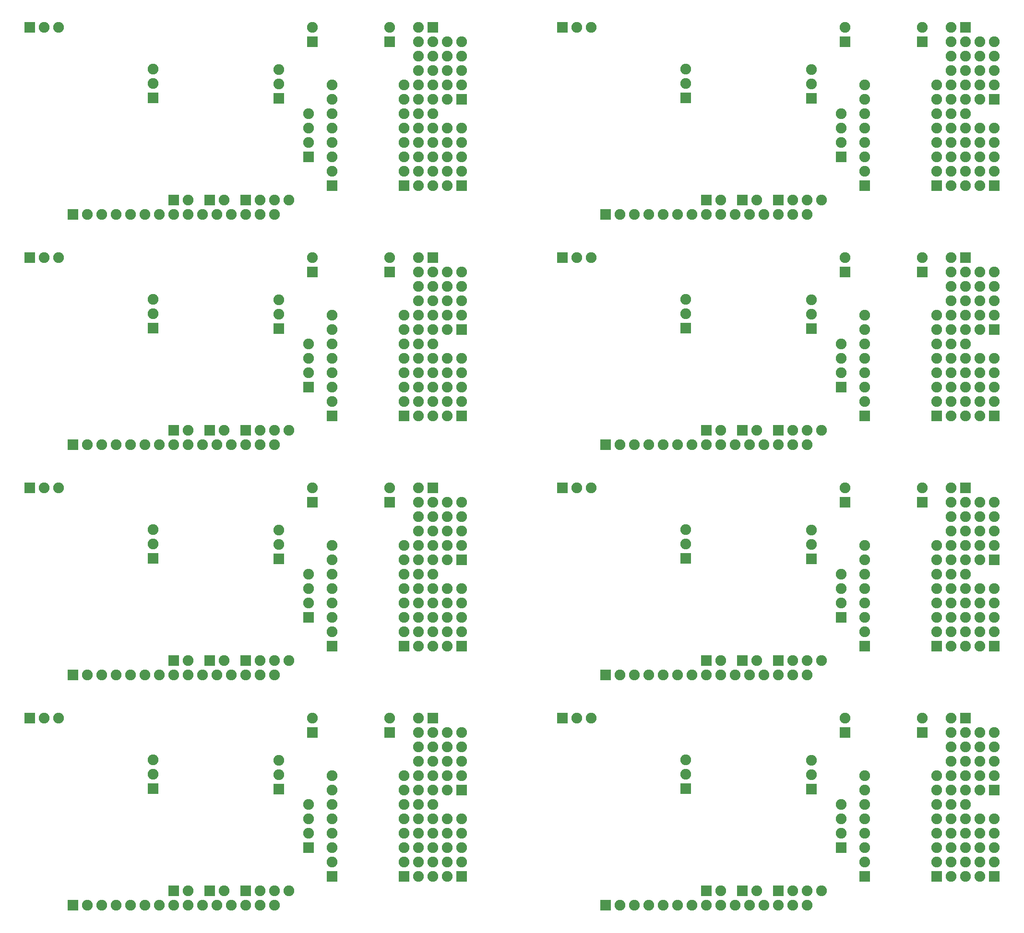
<source format=gbr>
G04 DipTrace 2.4.0.2*
%INBottomMask.gbr*%
%MOIN*%
%ADD67C,0.075*%
%ADD69R,0.075X0.075*%
%FSLAX44Y44*%
G04*
G70*
G90*
G75*
G01*
%LNBotMask*%
%LPD*%
D69*
X36940Y17940D3*
D67*
X35940D3*
X36940Y16940D3*
X35940D3*
X36940Y15940D3*
X35940D3*
X36940Y14940D3*
X35940D3*
X36940Y13940D3*
X35940D3*
X36940Y12940D3*
X35940D3*
X36940Y11940D3*
X35940D3*
X36940Y10940D3*
X35940D3*
X36940Y9940D3*
X35940D3*
X36940Y8940D3*
X35940D3*
X36940Y7940D3*
X35940D3*
X36940Y6940D3*
X35940D3*
D69*
X21440Y5940D3*
D67*
X22440D3*
D69*
X38940Y6940D3*
D67*
X37940D3*
X38940Y7940D3*
X37940D3*
X38940Y8940D3*
X37940D3*
X38940Y9940D3*
X37940D3*
X38940Y10940D3*
X37940D3*
D69*
X38940Y12940D3*
D67*
X37940D3*
X38940Y13940D3*
X37940D3*
X38940Y14940D3*
X37940D3*
X38940Y15940D3*
X37940D3*
X38940Y16940D3*
X37940D3*
D69*
X8940Y17940D3*
D67*
X9940D3*
X10940D3*
D69*
X17489Y13040D3*
D67*
Y14040D3*
Y15040D3*
D69*
X26224Y13036D3*
D67*
Y14036D3*
Y15036D3*
D69*
X33940Y16940D3*
D67*
Y17940D3*
D69*
X28565Y16940D3*
D67*
Y17940D3*
D69*
X28318Y8941D3*
D67*
Y9941D3*
Y10941D3*
Y11941D3*
D69*
X34940Y6940D3*
D67*
Y7940D3*
Y8940D3*
Y9940D3*
Y10940D3*
Y11940D3*
Y12940D3*
Y13940D3*
D69*
X29940Y6940D3*
D67*
Y7940D3*
Y8940D3*
Y9940D3*
Y10940D3*
Y11940D3*
Y12940D3*
Y13940D3*
D69*
X18940Y5940D3*
D67*
X19940D3*
D69*
X23940D3*
D67*
X24940D3*
X25940D3*
X26940D3*
D69*
X11940Y4940D3*
D67*
X12940D3*
X13940D3*
X14940D3*
X15940D3*
X16940D3*
X17940D3*
X18940D3*
X19940D3*
X20940D3*
X21940D3*
X22940D3*
X23940D3*
X24940D3*
X25940D3*
D69*
X73940Y17940D3*
D67*
X72940D3*
X73940Y16940D3*
X72940D3*
X73940Y15940D3*
X72940D3*
X73940Y14940D3*
X72940D3*
X73940Y13940D3*
X72940D3*
X73940Y12940D3*
X72940D3*
X73940Y11940D3*
X72940D3*
X73940Y10940D3*
X72940D3*
X73940Y9940D3*
X72940D3*
X73940Y8940D3*
X72940D3*
X73940Y7940D3*
X72940D3*
X73940Y6940D3*
X72940D3*
D69*
X58440Y5940D3*
D67*
X59440D3*
D69*
X75940Y6940D3*
D67*
X74940D3*
X75940Y7940D3*
X74940D3*
X75940Y8940D3*
X74940D3*
X75940Y9940D3*
X74940D3*
X75940Y10940D3*
X74940D3*
D69*
X75940Y12940D3*
D67*
X74940D3*
X75940Y13940D3*
X74940D3*
X75940Y14940D3*
X74940D3*
X75940Y15940D3*
X74940D3*
X75940Y16940D3*
X74940D3*
D69*
X45940Y17940D3*
D67*
X46940D3*
X47940D3*
D69*
X54489Y13040D3*
D67*
Y14040D3*
Y15040D3*
D69*
X63224Y13036D3*
D67*
Y14036D3*
Y15036D3*
D69*
X70940Y16940D3*
D67*
Y17940D3*
D69*
X65565Y16940D3*
D67*
Y17940D3*
D69*
X65318Y8941D3*
D67*
Y9941D3*
Y10941D3*
Y11941D3*
D69*
X71940Y6940D3*
D67*
Y7940D3*
Y8940D3*
Y9940D3*
Y10940D3*
Y11940D3*
Y12940D3*
Y13940D3*
D69*
X66940Y6940D3*
D67*
Y7940D3*
Y8940D3*
Y9940D3*
Y10940D3*
Y11940D3*
Y12940D3*
Y13940D3*
D69*
X55940Y5940D3*
D67*
X56940D3*
D69*
X60940D3*
D67*
X61940D3*
X62940D3*
X63940D3*
D69*
X48940Y4940D3*
D67*
X49940D3*
X50940D3*
X51940D3*
X52940D3*
X53940D3*
X54940D3*
X55940D3*
X56940D3*
X57940D3*
X58940D3*
X59940D3*
X60940D3*
X61940D3*
X62940D3*
D69*
X36940Y33940D3*
D67*
X35940D3*
X36940Y32940D3*
X35940D3*
X36940Y31940D3*
X35940D3*
X36940Y30940D3*
X35940D3*
X36940Y29940D3*
X35940D3*
X36940Y28940D3*
X35940D3*
X36940Y27940D3*
X35940D3*
X36940Y26940D3*
X35940D3*
X36940Y25940D3*
X35940D3*
X36940Y24940D3*
X35940D3*
X36940Y23940D3*
X35940D3*
X36940Y22940D3*
X35940D3*
D69*
X21440Y21940D3*
D67*
X22440D3*
D69*
X38940Y22940D3*
D67*
X37940D3*
X38940Y23940D3*
X37940D3*
X38940Y24940D3*
X37940D3*
X38940Y25940D3*
X37940D3*
X38940Y26940D3*
X37940D3*
D69*
X38940Y28940D3*
D67*
X37940D3*
X38940Y29940D3*
X37940D3*
X38940Y30940D3*
X37940D3*
X38940Y31940D3*
X37940D3*
X38940Y32940D3*
X37940D3*
D69*
X8940Y33940D3*
D67*
X9940D3*
X10940D3*
D69*
X17489Y29040D3*
D67*
Y30040D3*
Y31040D3*
D69*
X26224Y29036D3*
D67*
Y30036D3*
Y31036D3*
D69*
X33940Y32940D3*
D67*
Y33940D3*
D69*
X28565Y32940D3*
D67*
Y33940D3*
D69*
X28318Y24941D3*
D67*
Y25941D3*
Y26941D3*
Y27941D3*
D69*
X34940Y22940D3*
D67*
Y23940D3*
Y24940D3*
Y25940D3*
Y26940D3*
Y27940D3*
Y28940D3*
Y29940D3*
D69*
X29940Y22940D3*
D67*
Y23940D3*
Y24940D3*
Y25940D3*
Y26940D3*
Y27940D3*
Y28940D3*
Y29940D3*
D69*
X18940Y21940D3*
D67*
X19940D3*
D69*
X23940D3*
D67*
X24940D3*
X25940D3*
X26940D3*
D69*
X11940Y20940D3*
D67*
X12940D3*
X13940D3*
X14940D3*
X15940D3*
X16940D3*
X17940D3*
X18940D3*
X19940D3*
X20940D3*
X21940D3*
X22940D3*
X23940D3*
X24940D3*
X25940D3*
D69*
X73940Y33940D3*
D67*
X72940D3*
X73940Y32940D3*
X72940D3*
X73940Y31940D3*
X72940D3*
X73940Y30940D3*
X72940D3*
X73940Y29940D3*
X72940D3*
X73940Y28940D3*
X72940D3*
X73940Y27940D3*
X72940D3*
X73940Y26940D3*
X72940D3*
X73940Y25940D3*
X72940D3*
X73940Y24940D3*
X72940D3*
X73940Y23940D3*
X72940D3*
X73940Y22940D3*
X72940D3*
D69*
X58440Y21940D3*
D67*
X59440D3*
D69*
X75940Y22940D3*
D67*
X74940D3*
X75940Y23940D3*
X74940D3*
X75940Y24940D3*
X74940D3*
X75940Y25940D3*
X74940D3*
X75940Y26940D3*
X74940D3*
D69*
X75940Y28940D3*
D67*
X74940D3*
X75940Y29940D3*
X74940D3*
X75940Y30940D3*
X74940D3*
X75940Y31940D3*
X74940D3*
X75940Y32940D3*
X74940D3*
D69*
X45940Y33940D3*
D67*
X46940D3*
X47940D3*
D69*
X54489Y29040D3*
D67*
Y30040D3*
Y31040D3*
D69*
X63224Y29036D3*
D67*
Y30036D3*
Y31036D3*
D69*
X70940Y32940D3*
D67*
Y33940D3*
D69*
X65565Y32940D3*
D67*
Y33940D3*
D69*
X65318Y24941D3*
D67*
Y25941D3*
Y26941D3*
Y27941D3*
D69*
X71940Y22940D3*
D67*
Y23940D3*
Y24940D3*
Y25940D3*
Y26940D3*
Y27940D3*
Y28940D3*
Y29940D3*
D69*
X66940Y22940D3*
D67*
Y23940D3*
Y24940D3*
Y25940D3*
Y26940D3*
Y27940D3*
Y28940D3*
Y29940D3*
D69*
X55940Y21940D3*
D67*
X56940D3*
D69*
X60940D3*
D67*
X61940D3*
X62940D3*
X63940D3*
D69*
X48940Y20940D3*
D67*
X49940D3*
X50940D3*
X51940D3*
X52940D3*
X53940D3*
X54940D3*
X55940D3*
X56940D3*
X57940D3*
X58940D3*
X59940D3*
X60940D3*
X61940D3*
X62940D3*
D69*
X36940Y49940D3*
D67*
X35940D3*
X36940Y48940D3*
X35940D3*
X36940Y47940D3*
X35940D3*
X36940Y46940D3*
X35940D3*
X36940Y45940D3*
X35940D3*
X36940Y44940D3*
X35940D3*
X36940Y43940D3*
X35940D3*
X36940Y42940D3*
X35940D3*
X36940Y41940D3*
X35940D3*
X36940Y40940D3*
X35940D3*
X36940Y39940D3*
X35940D3*
X36940Y38940D3*
X35940D3*
D69*
X21440Y37940D3*
D67*
X22440D3*
D69*
X38940Y38940D3*
D67*
X37940D3*
X38940Y39940D3*
X37940D3*
X38940Y40940D3*
X37940D3*
X38940Y41940D3*
X37940D3*
X38940Y42940D3*
X37940D3*
D69*
X38940Y44940D3*
D67*
X37940D3*
X38940Y45940D3*
X37940D3*
X38940Y46940D3*
X37940D3*
X38940Y47940D3*
X37940D3*
X38940Y48940D3*
X37940D3*
D69*
X8940Y49940D3*
D67*
X9940D3*
X10940D3*
D69*
X17489Y45040D3*
D67*
Y46040D3*
Y47040D3*
D69*
X26224Y45036D3*
D67*
Y46036D3*
Y47036D3*
D69*
X33940Y48940D3*
D67*
Y49940D3*
D69*
X28565Y48940D3*
D67*
Y49940D3*
D69*
X28318Y40941D3*
D67*
Y41941D3*
Y42941D3*
Y43941D3*
D69*
X34940Y38940D3*
D67*
Y39940D3*
Y40940D3*
Y41940D3*
Y42940D3*
Y43940D3*
Y44940D3*
Y45940D3*
D69*
X29940Y38940D3*
D67*
Y39940D3*
Y40940D3*
Y41940D3*
Y42940D3*
Y43940D3*
Y44940D3*
Y45940D3*
D69*
X18940Y37940D3*
D67*
X19940D3*
D69*
X23940D3*
D67*
X24940D3*
X25940D3*
X26940D3*
D69*
X11940Y36940D3*
D67*
X12940D3*
X13940D3*
X14940D3*
X15940D3*
X16940D3*
X17940D3*
X18940D3*
X19940D3*
X20940D3*
X21940D3*
X22940D3*
X23940D3*
X24940D3*
X25940D3*
D69*
X73940Y49940D3*
D67*
X72940D3*
X73940Y48940D3*
X72940D3*
X73940Y47940D3*
X72940D3*
X73940Y46940D3*
X72940D3*
X73940Y45940D3*
X72940D3*
X73940Y44940D3*
X72940D3*
X73940Y43940D3*
X72940D3*
X73940Y42940D3*
X72940D3*
X73940Y41940D3*
X72940D3*
X73940Y40940D3*
X72940D3*
X73940Y39940D3*
X72940D3*
X73940Y38940D3*
X72940D3*
D69*
X58440Y37940D3*
D67*
X59440D3*
D69*
X75940Y38940D3*
D67*
X74940D3*
X75940Y39940D3*
X74940D3*
X75940Y40940D3*
X74940D3*
X75940Y41940D3*
X74940D3*
X75940Y42940D3*
X74940D3*
D69*
X75940Y44940D3*
D67*
X74940D3*
X75940Y45940D3*
X74940D3*
X75940Y46940D3*
X74940D3*
X75940Y47940D3*
X74940D3*
X75940Y48940D3*
X74940D3*
D69*
X45940Y49940D3*
D67*
X46940D3*
X47940D3*
D69*
X54489Y45040D3*
D67*
Y46040D3*
Y47040D3*
D69*
X63224Y45036D3*
D67*
Y46036D3*
Y47036D3*
D69*
X70940Y48940D3*
D67*
Y49940D3*
D69*
X65565Y48940D3*
D67*
Y49940D3*
D69*
X65318Y40941D3*
D67*
Y41941D3*
Y42941D3*
Y43941D3*
D69*
X71940Y38940D3*
D67*
Y39940D3*
Y40940D3*
Y41940D3*
Y42940D3*
Y43940D3*
Y44940D3*
Y45940D3*
D69*
X66940Y38940D3*
D67*
Y39940D3*
Y40940D3*
Y41940D3*
Y42940D3*
Y43940D3*
Y44940D3*
Y45940D3*
D69*
X55940Y37940D3*
D67*
X56940D3*
D69*
X60940D3*
D67*
X61940D3*
X62940D3*
X63940D3*
D69*
X48940Y36940D3*
D67*
X49940D3*
X50940D3*
X51940D3*
X52940D3*
X53940D3*
X54940D3*
X55940D3*
X56940D3*
X57940D3*
X58940D3*
X59940D3*
X60940D3*
X61940D3*
X62940D3*
D69*
X36940Y65940D3*
D67*
X35940D3*
X36940Y64940D3*
X35940D3*
X36940Y63940D3*
X35940D3*
X36940Y62940D3*
X35940D3*
X36940Y61940D3*
X35940D3*
X36940Y60940D3*
X35940D3*
X36940Y59940D3*
X35940D3*
X36940Y58940D3*
X35940D3*
X36940Y57940D3*
X35940D3*
X36940Y56940D3*
X35940D3*
X36940Y55940D3*
X35940D3*
X36940Y54940D3*
X35940D3*
D69*
X21440Y53940D3*
D67*
X22440D3*
D69*
X38940Y54940D3*
D67*
X37940D3*
X38940Y55940D3*
X37940D3*
X38940Y56940D3*
X37940D3*
X38940Y57940D3*
X37940D3*
X38940Y58940D3*
X37940D3*
D69*
X38940Y60940D3*
D67*
X37940D3*
X38940Y61940D3*
X37940D3*
X38940Y62940D3*
X37940D3*
X38940Y63940D3*
X37940D3*
X38940Y64940D3*
X37940D3*
D69*
X8940Y65940D3*
D67*
X9940D3*
X10940D3*
D69*
X17489Y61040D3*
D67*
Y62040D3*
Y63040D3*
D69*
X26224Y61036D3*
D67*
Y62036D3*
Y63036D3*
D69*
X33940Y64940D3*
D67*
Y65940D3*
D69*
X28565Y64940D3*
D67*
Y65940D3*
D69*
X28318Y56941D3*
D67*
Y57941D3*
Y58941D3*
Y59941D3*
D69*
X34940Y54940D3*
D67*
Y55940D3*
Y56940D3*
Y57940D3*
Y58940D3*
Y59940D3*
Y60940D3*
Y61940D3*
D69*
X29940Y54940D3*
D67*
Y55940D3*
Y56940D3*
Y57940D3*
Y58940D3*
Y59940D3*
Y60940D3*
Y61940D3*
D69*
X18940Y53940D3*
D67*
X19940D3*
D69*
X23940D3*
D67*
X24940D3*
X25940D3*
X26940D3*
D69*
X11940Y52940D3*
D67*
X12940D3*
X13940D3*
X14940D3*
X15940D3*
X16940D3*
X17940D3*
X18940D3*
X19940D3*
X20940D3*
X21940D3*
X22940D3*
X23940D3*
X24940D3*
X25940D3*
D69*
X73940Y65940D3*
D67*
X72940D3*
X73940Y64940D3*
X72940D3*
X73940Y63940D3*
X72940D3*
X73940Y62940D3*
X72940D3*
X73940Y61940D3*
X72940D3*
X73940Y60940D3*
X72940D3*
X73940Y59940D3*
X72940D3*
X73940Y58940D3*
X72940D3*
X73940Y57940D3*
X72940D3*
X73940Y56940D3*
X72940D3*
X73940Y55940D3*
X72940D3*
X73940Y54940D3*
X72940D3*
D69*
X58440Y53940D3*
D67*
X59440D3*
D69*
X75940Y54940D3*
D67*
X74940D3*
X75940Y55940D3*
X74940D3*
X75940Y56940D3*
X74940D3*
X75940Y57940D3*
X74940D3*
X75940Y58940D3*
X74940D3*
D69*
X75940Y60940D3*
D67*
X74940D3*
X75940Y61940D3*
X74940D3*
X75940Y62940D3*
X74940D3*
X75940Y63940D3*
X74940D3*
X75940Y64940D3*
X74940D3*
D69*
X45940Y65940D3*
D67*
X46940D3*
X47940D3*
D69*
X54489Y61040D3*
D67*
Y62040D3*
Y63040D3*
D69*
X63224Y61036D3*
D67*
Y62036D3*
Y63036D3*
D69*
X70940Y64940D3*
D67*
Y65940D3*
D69*
X65565Y64940D3*
D67*
Y65940D3*
D69*
X65318Y56941D3*
D67*
Y57941D3*
Y58941D3*
Y59941D3*
D69*
X71940Y54940D3*
D67*
Y55940D3*
Y56940D3*
Y57940D3*
Y58940D3*
Y59940D3*
Y60940D3*
Y61940D3*
D69*
X66940Y54940D3*
D67*
Y55940D3*
Y56940D3*
Y57940D3*
Y58940D3*
Y59940D3*
Y60940D3*
Y61940D3*
D69*
X55940Y53940D3*
D67*
X56940D3*
D69*
X60940D3*
D67*
X61940D3*
X62940D3*
X63940D3*
D69*
X48940Y52940D3*
D67*
X49940D3*
X50940D3*
X51940D3*
X52940D3*
X53940D3*
X54940D3*
X55940D3*
X56940D3*
X57940D3*
X58940D3*
X59940D3*
X60940D3*
X61940D3*
X62940D3*
M02*

</source>
